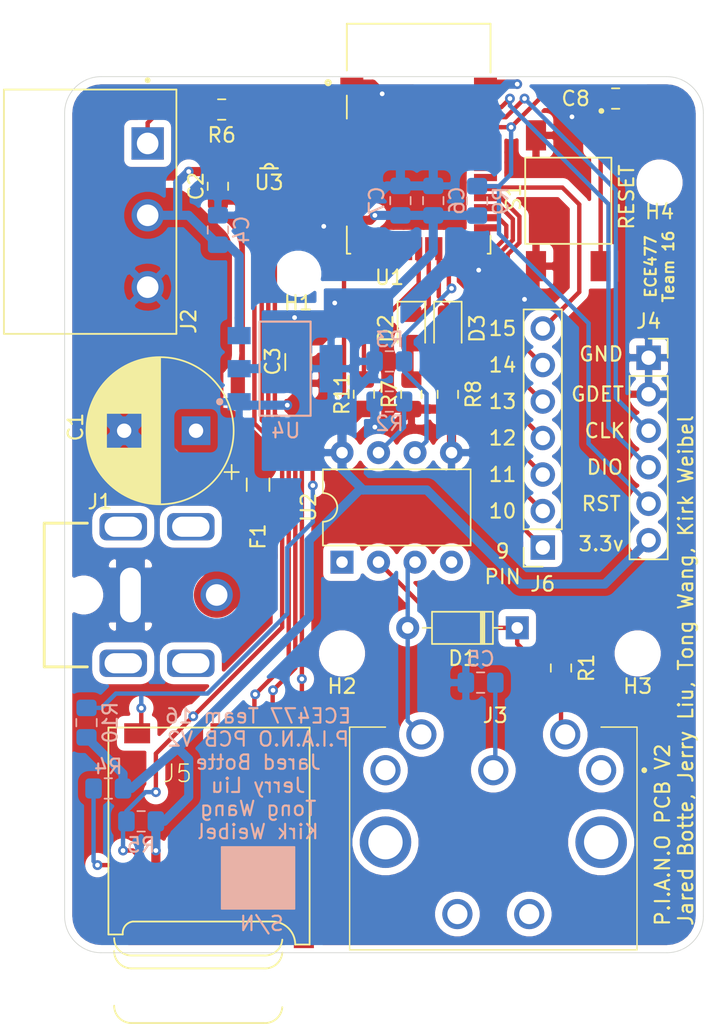
<source format=kicad_pcb>
(kicad_pcb (version 20171130) (host pcbnew "(5.1.6)-1")
  (title_block (title P.I.A.N.O) (date 2021-10-06) (rev 2) (comment 3 "Tong Wang, Kirk Weibel") (comment 4 "Authors: Jared Botte, Jerry Liu"))
  (layers (0 F.Cu signal) (31 B.Cu signal) (34 B.Paste user) (35 F.Paste user) (36 B.SilkS user) (37 F.SilkS user) (38 B.Mask user) (39 F.Mask user) (44 Edge.Cuts user))
  (net 0 "")
  (net 1 5V)
  (net 2 GND)
  (net 3 3.3V)
  (net 4 "Net-(C5-Pad1)")
  (net 5 "Net-(D1-Pad1)")
  (net 6 "Net-(D1-Pad2)")
  (net 7 "Net-(D2-Pad1)")
  (net 8 "Net-(D2-Pad2)")
  (net 9 "Net-(D3-Pad2)")
  (net 10 "Net-(D3-Pad1)")
  (net 11 LED_CONTROL_OUT)
  (net 12 "Net-(J3-Pad4)")
  (net 13 RESET)
  (net 14 "Net-(J5-Pad8)")
  (net 15 DAT0)
  (net 16 CMD)
  (net 17 "Net-(R3-Pad1)")
  (net 18 "Net-(R6-Pad2)")
  (net 19 SWDIO)
  (net 20 SWDCLK)
  (net 21 P15)
  (net 22 P14)
  (net 23 P13)
  (net 24 P12)
  (net 25 P11)
  (net 26 P10)
  (net 27 P9)
  (net 28 CLK)
  (net 29 LED_CONTROL_IN)
  (net 30 MIDI_DIN)
  (net 31 CD)
  (net 32 DET)
  (net 33 "Net-(J3-Pad3)")
  (net 34 "Net-(J3-Pad1)")
  (net 35 "Net-(J5-Pad1)")
  (net 36 "Net-(J5-Pad10)")
  (net 37 "Net-(U1-Pad8)")
  (net 38 "Net-(U1-Pad9)")
  (net 39 "Net-(U1-Pad10)")
  (net 40 "Net-(U1-Pad13)")
  (net 41 "Net-(U1-Pad14)")
  (net 42 "Net-(U1-Pad15)")
  (net 43 "Net-(U1-Pad16)")
  (net 44 "Net-(U1-Pad17)")
  (net 45 "Net-(U1-Pad30)")
  (net 46 "Net-(U1-Pad31)")
  (net 47 "Net-(U1-Pad32)")
  (net 48 "Net-(U1-Pad33)")
  (net 49 "Net-(U1-Pad34)")
  (net 50 "Net-(U1-Pad38)")
  (net 51 "Net-(U1-Pad40)")
  (net 52 "Net-(U1-Pad41)")
  (net 53 "Net-(U2-Pad4)")
  (net 54 "Net-(U2-Pad1)")
  (net 55 "Net-(R11-Pad1)")
  (net 56 "Net-(F1-Pad1)")
  (module 0685P8000-01:FUSC3215X83N (layer F.Cu) (at 134.112 102.054 90)
    (fp_text reference F1 (at -3.61 0 90) (layer F.SilkS))
    (fp_text value 0685P8000-01)
    (pad 2 smd rect (at 1.47 0 90) (size 1.17 1.8) (layers F.Cu F.Paste F.Mask) (net 1 5V))
    (pad 1 smd rect (at -1.47 0 90) (size 1.17 1.8) (layers F.Cu F.Paste F.Mask) (net 56 "Net-(F1-Pad1)"))
  )
  (module 4-1437565-1:SW_4-1437565-1 (layer F.Cu) (at 155.702 82.296 270)
    (fp_text reference S1 (at -0.254 3.81 90) (layer F.SilkS))
    (fp_text value 4-1437565-1)
    (pad 4 smd rect (at 4.55 2.25 270) (size 2.1 1.4) (layers F.Cu F.Paste F.Mask) (net 2 GND))
    (pad 3 smd rect (at -4.55 2.25 270) (size 2.1 1.4) (layers F.Cu F.Paste F.Mask) (net 2 GND))
    (pad 1 smd rect (at -4.55 -2.25 270) (size 2.1 1.4) (layers F.Cu F.Paste F.Mask) (net 13 RESET))
    (pad 2 smd rect (at 4.55 -2.25 270) (size 2.1 1.4) (layers F.Cu F.Paste F.Mask) (net 13 RESET))
  )
  (module Resistor_SMD:R_0805_2012Metric_Pad1.15x1.40mm_HandSolder (layer F.Cu) (at 141.478 95.758 270)
    (fp_text reference R11 (at 0 1.524 90) (layer F.SilkS))
    (fp_text value 10k)
    (pad 2 smd roundrect (at 1.025 0 270) (size 1.15 1.4) (layers F.Cu F.Paste F.Mask) (roundrect_rratio 0.217391) (net 3 3.3V))
    (pad 1 smd roundrect (at -1.025 0 270) (size 1.15 1.4) (layers F.Cu F.Paste F.Mask) (roundrect_rratio 0.217391) (net 55 "Net-(R11-Pad1)"))
  )
  (module PJ-082BH:CUI_PJ-082BH (layer F.Cu) (at 125.73 109.728)
    (fp_text reference J1 (at -2.62614 -6.48784) (layer F.SilkS) (effects (font (size 1.000441 1.000441))))
    (fp_text value PJ-082BH)
    (fp_line (start 4.3 -4.35) (end 3.1 -4.35) (layer Edge.Cuts) (width 0.001))
    (fp_line (start 3.1 -5.15) (end 4.3 -5.15) (layer Edge.Cuts) (width 0.001))
    (fp_line (start 4.3 5.15) (end 3.1 5.15) (layer Edge.Cuts) (width 0.001))
    (fp_line (start 3.1 4.35) (end 4.3 4.35) (layer Edge.Cuts) (width 0.001))
    (fp_line (start -0.4 -4.35) (end -1.6 -4.35) (layer Edge.Cuts) (width 0.001))
    (fp_line (start -1.6 -5.15) (end -0.4 -5.15) (layer Edge.Cuts) (width 0.001))
    (fp_line (start -0.1 -1.1) (end -0.1 1.1) (layer Edge.Cuts) (width 0.001))
    (fp_line (start -0.9 1.1) (end -0.9 -1.1) (layer Edge.Cuts) (width 0.001))
    (fp_line (start -0.4 5.15) (end -1.6 5.15) (layer Edge.Cuts) (width 0.001))
    (fp_line (start -1.6 4.35) (end -0.4 4.35) (layer Edge.Cuts) (width 0.001))
    (fp_arc (start -1.6 4.75) (end -2 4.75) (angle -90) (layer Edge.Cuts) (width 0.001))
    (fp_arc (start -1.6 4.75) (end -1.6 4.35) (angle -90) (layer Edge.Cuts) (width 0.001))
    (fp_arc (start -0.4 4.75) (end 0 4.75) (angle -90) (layer Edge.Cuts) (width 0.001))
    (fp_arc (start -0.4 4.75) (end -0.4 5.15) (angle -90) (layer Edge.Cuts) (width 0.001))
    (fp_arc (start -0.5 1.1) (end -0.5 1.5) (angle -90) (layer Edge.Cuts) (width 0.001))
    (fp_arc (start -0.5 1.1) (end -0.9 1.1) (angle -90) (layer Edge.Cuts) (width 0.001))
    (fp_arc (start -0.5 -1.1) (end -0.5 -1.5) (angle -90) (layer Edge.Cuts) (width 0.001))
    (fp_arc (start -0.5 -1.1) (end -0.1 -1.1) (angle -90) (layer Edge.Cuts) (width 0.001))
    (fp_arc (start -1.6 -4.75) (end -2 -4.75) (angle -90) (layer Edge.Cuts) (width 0.001))
    (fp_arc (start -1.6 -4.75) (end -1.6 -5.15) (angle -90) (layer Edge.Cuts) (width 0.001))
    (fp_arc (start -0.4 -4.75) (end 0 -4.75) (angle -90) (layer Edge.Cuts) (width 0.001))
    (fp_arc (start -0.4 -4.75) (end -0.4 -4.35) (angle -90) (layer Edge.Cuts) (width 0.001))
    (fp_arc (start 3.1 4.75) (end 2.7 4.75) (angle -90) (layer Edge.Cuts) (width 0.001))
    (fp_arc (start 3.1 4.75) (end 3.1 4.35) (angle -90) (layer Edge.Cuts) (width 0.001))
    (fp_arc (start 4.3 4.75) (end 4.7 4.75) (angle -90) (layer Edge.Cuts) (width 0.001))
    (fp_arc (start 4.3 4.75) (end 4.3 5.15) (angle -90) (layer Edge.Cuts) (width 0.001))
    (fp_arc (start 3.1 -4.75) (end 2.7 -4.75) (angle -90) (layer Edge.Cuts) (width 0.001))
    (fp_arc (start 3.1 -4.75) (end 3.1 -5.15) (angle -90) (layer Edge.Cuts) (width 0.001))
    (fp_arc (start 4.3 -4.75) (end 4.7 -4.75) (angle -90) (layer Edge.Cuts) (width 0.001))
    (fp_arc (start 4.3 -4.75) (end 4.3 -4.35) (angle -90) (layer Edge.Cuts) (width 0.001))
    (pad SHIELD thru_hole roundrect (at -1 4.75) (size 3.300001 1.9) (drill oval 2.6 1.4) (layers *.Cu *.Mask))
    (pad 2 thru_hole roundrect (at -0.5 0) (size 2 4) (drill oval 1.45 3.8) (layers *.Cu *.Mask) (net 2 GND))
    (pad SHIELD thru_hole roundrect (at -1 -4.75) (size 3.300001 1.9) (drill oval 2.6 1.4) (layers *.Cu *.Mask))
    (pad SHIELD thru_hole roundrect (at 3.7 4.75) (size 3.300001 1.9) (drill oval 2.6 1.4) (layers *.Cu *.Mask))
    (pad SHIELD thru_hole roundrect (at 3.7 -4.75) (size 3.300001 1.9) (drill oval 2.6 1.4) (layers *.Cu *.Mask))
    (pad 1 thru_hole circle (at 5.5 0) (size 2.25 2.25) (drill 1.5) (layers *.Cu *.Mask) (net 56 "Net-(F1-Pad1)"))
    (pad None np_thru_hole circle (at -3.75 0) (size 1.7 1.7) (drill 1.7) (layers *.Cu *.Mask))
  )
  (module eec:Diodes_Inc.-SOT223-03_2017-0-MFG (layer B.Cu) (at 135.992 93.98)
    (fp_text reference U4 (at 1.168 4.318 180) (layer B.SilkS) (effects (font (size 1.016 1.016)) (justify left mirror)))
    (fp_text value AZ1117-3.3 hide)
    (pad 2 smd rect (at 3.2 0) (size 1.6 3.3) (layers B.Cu B.Paste B.Mask) (net 3 3.3V))
    (pad 3 smd rect (at -3.2 -2.3) (size 1.6 1.2) (layers B.Cu B.Paste B.Mask) (net 1 5V))
    (pad 2 smd rect (at -3.2 0) (size 1.6 1.2) (layers B.Cu B.Paste B.Mask) (net 3 3.3V))
    (pad 1 smd rect (at -3.2 2.3) (size 1.6 1.2) (layers B.Cu B.Paste B.Mask) (net 2 GND))
  )
  (module 796644-3:TE_796644-3 (layer F.Cu) (at 122.428 83.058 270)
    (fp_text reference J2 (at 7.62 -6.858 270) (layer F.SilkS) (effects (font (size 1.016 1.016))))
    (fp_text value 796644-3)
    (pad 3 thru_hole circle (at 5.25 -4 270) (size 2.25 2.25) (drill 1.5) (layers *.Cu *.Mask) (net 2 GND))
    (pad 2 thru_hole circle (at 0.25 -4 270) (size 2.25 2.25) (drill 1.5) (layers *.Cu *.Mask) (net 1 5V))
    (pad 1 thru_hole rect (at -4.75 -4 270) (size 2.25 2.25) (drill 1.5) (layers *.Cu *.Mask) (net 11 LED_CONTROL_OUT))
  )
  (module microsd:MICROSD (layer F.Cu) (at 123.698 118.91)
    (fp_text reference J5 (at 3.7 3.94) (layer F.SilkS) (effects (font (size 1.2065 1.2065) (thickness 0.1016)) (justify left bottom)))
    (fp_text value Micro_SD_Card_Det hide)
    (pad 1 smd rect (at 9 10.64) (size 0.7 1.5) (layers F.Cu F.Paste F.Mask) (net 35 "Net-(J5-Pad1)"))
    (pad 2 smd rect (at 7.9 10.24) (size 0.7 1.5) (layers F.Cu F.Paste F.Mask) (net 31 CD))
    (pad 3 smd rect (at 6.8 10.64) (size 0.7 1.5) (layers F.Cu F.Paste F.Mask) (net 16 CMD))
    (pad 4 smd rect (at 5.7 11.04) (size 0.7 1.5) (layers F.Cu F.Paste F.Mask) (net 2 GND))
    (pad 5 smd rect (at 4.6 10.64) (size 0.7 1.5) (layers F.Cu F.Paste F.Mask) (net 28 CLK))
    (pad 6 smd rect (at 3.5 11.04) (size 0.7 1.5) (layers F.Cu F.Paste F.Mask) (net 3 3.3V))
    (pad 7 smd rect (at 2.4 10.64) (size 0.7 1.5) (layers F.Cu F.Paste F.Mask) (net 15 DAT0))
    (pad 8 smd rect (at 1.3 10.64) (size 0.7 1.5) (layers F.Cu F.Paste F.Mask) (net 14 "Net-(J5-Pad8)"))
    (pad 10 smd rect (at 8 0.44 90) (size 1.4 1.8) (layers F.Cu F.Paste F.Mask) (net 36 "Net-(J5-Pad10)"))
    (pad 9 smd rect (at 2 0.44 90) (size 1.4 1.8) (layers F.Cu F.Paste F.Mask) (net 32 DET))
    (pad 11 smd rect (at 13.6 14.44) (size 1.4 1.9) (layers F.Cu F.Paste F.Mask) (net 2 GND))
    (pad 11 smd rect (at 0.4 13.54) (size 1.4 1.9) (layers F.Cu F.Paste F.Mask) (net 2 GND))
  )
  (module Resistor_SMD:R_0805_2012Metric_Pad1.15x1.40mm_HandSolder (layer B.Cu) (at 122.174 118.609 90)
    (fp_text reference R10 (at 0 1.65 90) (layer B.SilkS) (effects (justify mirror)))
    (fp_text value 10k)
    (pad 2 smd roundrect (at 1.025 0 90) (size 1.15 1.4) (layers B.Cu B.Paste B.Mask) (roundrect_rratio 0.217391) (net 32 DET))
    (pad 1 smd roundrect (at -1.025 0 90) (size 1.15 1.4) (layers B.Cu B.Paste B.Mask) (roundrect_rratio 0.217391) (net 3 3.3V))
  )
  (module Capacitor_SMD:C_0805_2012Metric_Pad1.15x1.40mm_HandSolder (layer B.Cu) (at 146.304 82.287 90)
    (fp_text reference C6 (at 0 1.65 270) (layer B.SilkS) (effects (font (size 1.016 1.016)) (justify mirror)))
    (fp_text value 10µ)
    (pad 1 smd roundrect (at -1.025 0 90) (size 1.15 1.4) (layers B.Cu B.Paste B.Mask) (roundrect_rratio 0.217391) (net 3 3.3V))
    (pad 2 smd roundrect (at 1.025 0 90) (size 1.15 1.4) (layers B.Cu B.Paste B.Mask) (roundrect_rratio 0.217391) (net 2 GND))
  )
  (module MountingHole:MountingHole_2.2mm_M2 (layer F.Cu) (at 162.052 81.026)
    (fp_text reference H4 (at 0 2.032) (layer F.SilkS) (effects (font (size 1.016 1.016))))
    (fp_text value MountingHole)
    (pad 1 np_thru_hole circle (at 0 0) (size 2.2 2.2) (drill 2.2) (layers *.Cu *.Mask))
  )
  (module MountingHole:MountingHole_2.2mm_M2 (layer F.Cu) (at 160.528 113.792)
    (fp_text reference H3 (at 0 2.286) (layer F.SilkS) (effects (font (size 1.016 1.016))))
    (fp_text value MountingHole)
    (pad 1 np_thru_hole circle (at 0 0) (size 2.2 2.2) (drill 2.2) (layers *.Cu *.Mask))
  )
  (module MountingHole:MountingHole_2.2mm_M2 (layer F.Cu) (at 139.954 113.792)
    (fp_text reference H2 (at 0 2.286) (layer F.SilkS) (effects (font (size 1.016 1.016))))
    (fp_text value MountingHole)
    (pad 1 np_thru_hole circle (at 0 0) (size 2.2 2.2) (drill 2.2) (layers *.Cu *.Mask))
  )
  (module MountingHole:MountingHole_2.2mm_M2 (layer F.Cu) (at 136.906 87.376)
    (fp_text reference H1 (at 0 2.032) (layer F.SilkS))
    (fp_text value MountingHole)
    (pad 1 np_thru_hole circle (at 0 0) (size 2.2 2.2) (drill 2.2) (layers *.Cu *.Mask))
  )
  (module Diode_THT:D_DO-35_SOD27_P7.62mm_Horizontal (layer F.Cu) (at 152.146 112.014 180)
    (fp_text reference D1 (at 3.81 -2.12) (layer F.SilkS) (effects (font (size 1.016 1.016))))
    (fp_text value 1N914)
    (pad 2 thru_hole oval (at 7.62 0 180) (size 1.6 1.6) (drill 0.8) (layers *.Cu *.Mask) (net 6 "Net-(D1-Pad2)"))
    (pad 1 thru_hole rect (at 0 0 180) (size 1.6 1.6) (drill 0.8) (layers *.Cu *.Mask) (net 5 "Net-(D1-Pad1)"))
  )
  (module Resistor_SMD:R_0805_2012Metric_Pad1.15x1.40mm_HandSolder (layer F.Cu) (at 155.194 114.808 90)
    (fp_text reference R1 (at 0 1.778 90) (layer F.SilkS) (effects (font (size 1.016 1.016))))
    (fp_text value 220)
    (pad 2 smd roundrect (at 1.025 0 90) (size 1.15 1.4) (layers F.Cu F.Paste F.Mask) (roundrect_rratio 0.217391) (net 5 "Net-(D1-Pad1)"))
    (pad 1 smd roundrect (at -1.025 0 90) (size 1.15 1.4) (layers F.Cu F.Paste F.Mask) (roundrect_rratio 0.217391) (net 12 "Net-(J3-Pad4)"))
  )
  (module 74AHCT1G125W5-7:SOT95P280X140-5N (layer F.Cu) (at 134.874 78.486 180)
    (fp_text reference U3 (at 0 -2.54 180) (layer F.SilkS) (effects (font (size 1.016 1.016))))
    (fp_text value 74AHCT1G125W5-7)
    (pad 1 smd rect (at -1.2954 -0.9398 180) (size 1.27 0.5588) (layers F.Cu F.Paste F.Mask) (net 2 GND))
    (pad 2 smd rect (at -1.2954 0 180) (size 1.27 0.5588) (layers F.Cu F.Paste F.Mask) (net 29 LED_CONTROL_IN))
    (pad 3 smd rect (at -1.2954 0.9398 180) (size 1.27 0.5588) (layers F.Cu F.Paste F.Mask) (net 2 GND))
    (pad 4 smd rect (at 1.2954 0.9398 180) (size 1.27 0.5588) (layers F.Cu F.Paste F.Mask) (net 18 "Net-(R6-Pad2)"))
    (pad 5 smd rect (at 1.2954 -0.9398 180) (size 1.27 0.5588) (layers F.Cu F.Paste F.Mask) (net 1 5V))
  )
  (module Resistor_SMD:R_0805_2012Metric_Pad1.15x1.40mm_HandSolder (layer B.Cu) (at 149.352 82.305 90)
    (fp_text reference R9 (at 0 1.65 270) (layer B.SilkS) (effects (font (size 1.016 1.016)) (justify mirror)))
    (fp_text value 50k)
    (pad 1 smd roundrect (at -1.025 0 90) (size 1.15 1.4) (layers B.Cu B.Paste B.Mask) (roundrect_rratio 0.217391) (net 3 3.3V))
    (pad 2 smd roundrect (at 1.025 0 90) (size 1.15 1.4) (layers B.Cu B.Paste B.Mask) (roundrect_rratio 0.217391) (net 13 RESET))
  )
  (module Capacitor_SMD:C_0805_2012Metric_Pad1.15x1.40mm_HandSolder (layer F.Cu) (at 158.995 75.184)
    (fp_text reference C8 (at -2.785 0) (layer F.SilkS) (effects (font (size 1.016 1.016))))
    (fp_text value 0.01µ)
    (pad 1 smd roundrect (at -1.025 0) (size 1.15 1.4) (layers F.Cu F.Paste F.Mask) (roundrect_rratio 0.217391) (net 13 RESET))
    (pad 2 smd roundrect (at 1.025 0) (size 1.15 1.4) (layers F.Cu F.Paste F.Mask) (roundrect_rratio 0.217391) (net 2 GND))
  )
  (module Package_DIP:DIP-8_W7.62mm (layer F.Cu) (at 139.954 107.442 90)
    (fp_text reference U2 (at 3.81 -2.33 90) (layer F.SilkS) (effects (font (size 1.016 1.016))))
    (fp_text value 6N138)
    (pad 8 thru_hole oval (at 7.62 0 90) (size 1.6 1.6) (drill 0.8) (layers *.Cu *.Mask) (net 3 3.3V))
    (pad 4 thru_hole oval (at 0 7.62 90) (size 1.6 1.6) (drill 0.8) (layers *.Cu *.Mask) (net 53 "Net-(U2-Pad4)"))
    (pad 7 thru_hole oval (at 7.62 2.54 90) (size 1.6 1.6) (drill 0.8) (layers *.Cu *.Mask) (net 17 "Net-(R3-Pad1)"))
    (pad 3 thru_hole oval (at 0 5.08 90) (size 1.6 1.6) (drill 0.8) (layers *.Cu *.Mask) (net 6 "Net-(D1-Pad2)"))
    (pad 6 thru_hole oval (at 7.62 5.08 90) (size 1.6 1.6) (drill 0.8) (layers *.Cu *.Mask) (net 30 MIDI_DIN))
    (pad 2 thru_hole oval (at 0 2.54 90) (size 1.6 1.6) (drill 0.8) (layers *.Cu *.Mask) (net 5 "Net-(D1-Pad1)"))
    (pad 5 thru_hole oval (at 7.62 7.62 90) (size 1.6 1.6) (drill 0.8) (layers *.Cu *.Mask) (net 2 GND))
    (pad 1 thru_hole rect (at 0 0 90) (size 1.6 1.6) (drill 0.8) (layers *.Cu *.Mask) (net 54 "Net-(U2-Pad1)"))
  )
  (module Connector_PinSocket_2.54mm:PinSocket_1x07_P2.54mm_Vertical (layer F.Cu) (at 153.924 106.426 180)
    (fp_text reference J6 (at 0 -2.54 180) (layer F.SilkS) (effects (font (size 1.016 1.016))))
    (fp_text value Conn_01x07_Female)
    (pad 1 thru_hole rect (at 0 0 180) (size 1.7 1.7) (drill 1) (layers *.Cu *.Mask) (net 27 P9))
    (pad 2 thru_hole oval (at 0 2.54 180) (size 1.7 1.7) (drill 1) (layers *.Cu *.Mask) (net 26 P10))
    (pad 3 thru_hole oval (at 0 5.08 180) (size 1.7 1.7) (drill 1) (layers *.Cu *.Mask) (net 25 P11))
    (pad 4 thru_hole oval (at 0 7.62 180) (size 1.7 1.7) (drill 1) (layers *.Cu *.Mask) (net 24 P12))
    (pad 5 thru_hole oval (at 0 10.16 180) (size 1.7 1.7) (drill 1) (layers *.Cu *.Mask) (net 23 P13))
    (pad 6 thru_hole oval (at 0 12.7 180) (size 1.7 1.7) (drill 1) (layers *.Cu *.Mask) (net 22 P14))
    (pad 7 thru_hole oval (at 0 15.24 180) (size 1.7 1.7) (drill 1) (layers *.Cu *.Mask) (net 21 P15))
  )
  (module micro:XCVR_317030213 (layer F.Cu) (at 145.288 77.978)
    (fp_text reference U1 (at -2.032 9.652) (layer F.SilkS) (effects (font (size 1.016 1.016))))
    (fp_text value 317030213)
    (pad 1 smd rect (at -4.65 -3.8) (size 1.6 0.9) (layers F.Cu F.Paste F.Mask) (net 2 GND))
    (pad 2 smd rect (at -4.65 -0.8) (size 1.6 0.5) (layers F.Cu F.Paste F.Mask) (net 29 LED_CONTROL_IN))
    (pad 3 smd rect (at -4.65 -0.1) (size 1.6 0.5) (layers F.Cu F.Paste F.Mask) (net 15 DAT0))
    (pad 4 smd rect (at -4.65 0.6) (size 1.6 0.5) (layers F.Cu F.Paste F.Mask) (net 28 CLK))
    (pad 5 smd rect (at -4.65 1.3) (size 1.6 0.5) (layers F.Cu F.Paste F.Mask) (net 16 CMD))
    (pad 6 smd rect (at -4.65 2) (size 1.6 0.5) (layers F.Cu F.Paste F.Mask) (net 31 CD))
    (pad 7 smd rect (at -4.65 2.7) (size 1.6 0.5) (layers F.Cu F.Paste F.Mask) (net 32 DET))
    (pad 8 smd rect (at -4.65 3.4) (size 1.6 0.5) (layers F.Cu F.Paste F.Mask) (net 37 "Net-(U1-Pad8)"))
    (pad 9 smd rect (at -4.65 4.1) (size 1.6 0.5) (layers F.Cu F.Paste F.Mask) (net 38 "Net-(U1-Pad9)"))
    (pad 10 smd rect (at -4.65 4.8) (size 1.6 0.5) (layers F.Cu F.Paste F.Mask) (net 39 "Net-(U1-Pad10)"))
    (pad 11 smd rect (at -4.65 5.5) (size 1.6 0.5) (layers F.Cu F.Paste F.Mask) (net 3 3.3V))
    (pad 12 smd rect (at -4.2 7.65) (size 0.5 1.6) (layers F.Cu F.Paste F.Mask) (net 2 GND))
    (pad 13 smd rect (at -3.5 7.65) (size 0.5 1.6) (layers F.Cu F.Paste F.Mask) (net 40 "Net-(U1-Pad13)"))
    (pad 14 smd rect (at -2.8 7.65) (size 0.5 1.6) (layers F.Cu F.Paste F.Mask) (net 41 "Net-(U1-Pad14)"))
    (pad 15 smd rect (at -2.1 7.65) (size 0.5 1.6) (layers F.Cu F.Paste F.Mask) (net 42 "Net-(U1-Pad15)"))
    (pad 16 smd rect (at -1.4 7.65) (size 0.5 1.6) (layers F.Cu F.Paste F.Mask) (net 43 "Net-(U1-Pad16)"))
    (pad 17 smd rect (at -0.7 7.65) (size 0.5 1.6) (layers F.Cu F.Paste F.Mask) (net 44 "Net-(U1-Pad17)"))
    (pad 18 smd rect (at 0 7.65) (size 0.5 1.6) (layers F.Cu F.Paste F.Mask) (net 55 "Net-(R11-Pad1)"))
    (pad 19 smd rect (at 0.7 7.65) (size 0.5 1.6) (layers F.Cu F.Paste F.Mask) (net 7 "Net-(D2-Pad1)"))
    (pad 20 smd rect (at 1.4 7.65) (size 0.5 1.6) (layers F.Cu F.Paste F.Mask) (net 10 "Net-(D3-Pad1)"))
    (pad 21 smd rect (at 2.1 7.65) (size 0.5 1.6) (layers F.Cu F.Paste F.Mask) (net 30 MIDI_DIN))
    (pad 22 smd rect (at 2.8 7.65) (size 0.5 1.6) (layers F.Cu F.Paste F.Mask) (net 27 P9))
    (pad 23 smd rect (at 3.5 7.65) (size 0.5 1.6) (layers F.Cu F.Paste F.Mask) (net 26 P10))
    (pad 24 smd rect (at 4.2 7.65) (size 0.5 1.6) (layers F.Cu F.Paste F.Mask) (net 2 GND))
    (pad 25 smd rect (at 4.65 6.2) (size 1.6 0.5) (layers F.Cu F.Paste F.Mask) (net 25 P11))
    (pad 26 smd rect (at 4.65 5.5) (size 1.6 0.5) (layers F.Cu F.Paste F.Mask) (net 24 P12))
    (pad 27 smd rect (at 4.65 4.8) (size 1.6 0.5) (layers F.Cu F.Paste F.Mask) (net 23 P13))
    (pad 28 smd rect (at 4.65 4.1) (size 1.6 0.5) (layers F.Cu F.Paste F.Mask) (net 22 P14))
    (pad 29 smd rect (at 4.65 3.4) (size 1.6 0.5) (layers F.Cu F.Paste F.Mask) (net 21 P15))
    (pad 30 smd rect (at 4.65 2.7) (size 1.6 0.5) (layers F.Cu F.Paste F.Mask) (net 45 "Net-(U1-Pad30)"))
    (pad 31 smd rect (at 4.65 2) (size 1.6 0.5) (layers F.Cu F.Paste F.Mask) (net 46 "Net-(U1-Pad31)"))
    (pad 32 smd rect (at 4.65 1.3) (size 1.6 0.5) (layers F.Cu F.Paste F.Mask) (net 47 "Net-(U1-Pad32)"))
    (pad 33 smd rect (at 4.65 0.6) (size 1.6 0.5) (layers F.Cu F.Paste F.Mask) (net 48 "Net-(U1-Pad33)"))
    (pad 34 smd rect (at 4.65 -0.1) (size 1.6 0.5) (layers F.Cu F.Paste F.Mask) (net 49 "Net-(U1-Pad34)"))
    (pad 35 smd rect (at 4.65 -0.8) (size 1.6 0.5) (layers F.Cu F.Paste F.Mask) (net 13 RESET))
    (pad 36 smd rect (at 4.65 -1.5) (size 1.6 0.5) (layers F.Cu F.Paste F.Mask) (net 20 SWDCLK))
    (pad 37 smd rect (at 4.65 -2.2) (size 1.6 0.5) (layers F.Cu F.Paste F.Mask) (net 19 SWDIO))
    (pad 38 smd rect (at 4.65 -2.9) (size 1.6 0.5) (layers F.Cu F.Paste F.Mask) (net 50 "Net-(U1-Pad38)"))
    (pad 39 smd rect (at 4.65 -3.8) (size 1.6 0.9) (layers F.Cu F.Paste F.Mask) (net 2 GND))
    (pad 40 smd rect (at 2.9 -3.25) (size 1.2 0.5) (layers F.Cu F.Paste F.Mask) (net 51 "Net-(U1-Pad40)"))
    (pad 41 smd rect (at 2.9 -1.85) (size 1.2 0.5) (layers F.Cu F.Paste F.Mask) (net 52 "Net-(U1-Pad41)"))
  )
  (module LED_SMD:LED_0805_2012Metric_Pad1.15x1.40mm_HandSolder (layer F.Cu) (at 147.32 91.177 270)
    (fp_text reference D3 (at 0.009 -2.032 90) (layer F.SilkS) (effects (font (size 1.016 1.016))))
    (fp_text value LED_GREEN)
    (pad 1 smd roundrect (at -1.025 0 270) (size 1.15 1.4) (layers F.Cu F.Paste F.Mask) (roundrect_rratio 0.217391) (net 10 "Net-(D3-Pad1)"))
    (pad 2 smd roundrect (at 1.025 0 270) (size 1.15 1.4) (layers F.Cu F.Paste F.Mask) (roundrect_rratio 0.217391) (net 9 "Net-(D3-Pad2)"))
  )
  (module Capacitor_THT:CP_Radial_D10.0mm_P5.00mm (layer F.Cu) (at 129.794 98.298 180)
    (fp_text reference C1 (at 8.382 0.254 90) (layer F.SilkS) (effects (font (size 1.016 1.016))))
    (fp_text value 1000µ)
    (pad 2 thru_hole circle (at 5 0 180) (size 2 2) (drill 1) (layers *.Cu *.Mask) (net 2 GND))
    (pad 1 thru_hole rect (at 0 0 180) (size 2 2) (drill 1) (layers *.Cu *.Mask) (net 1 5V))
  )
  (module Capacitor_SMD:C_0805_2012Metric_Pad1.15x1.40mm_HandSolder (layer F.Cu) (at 131.318 81.289 270)
    (fp_text reference C2 (at -0.009 1.524 270) (layer F.SilkS) (effects (font (size 1.016 1.016))))
    (fp_text value 0.1µ)
    (pad 1 smd roundrect (at -1.025 0 270) (size 1.15 1.4) (layers F.Cu F.Paste F.Mask) (roundrect_rratio 0.217391) (net 1 5V))
    (pad 2 smd roundrect (at 1.025 0 270) (size 1.15 1.4) (layers F.Cu F.Paste F.Mask) (roundrect_rratio 0.217391) (net 2 GND))
  )
  (module C1206C226M9PACTU:CAPC3216X110N (layer F.Cu) (at 136.906 93.521 270)
    (fp_text reference C3 (at -0.049 1.778 270) (layer F.SilkS) (effects (font (size 1.016 1.016))))
    (fp_text value 22µ)
    (pad 2 smd rect (at 1.475 0 270) (size 1.16 1.82) (layers F.Cu F.Paste F.Mask) (net 2 GND))
    (pad 1 smd rect (at -1.475 0 270) (size 1.16 1.82) (layers F.Cu F.Paste F.Mask) (net 3 3.3V))
  )
  (module Capacitor_SMD:C_0805_2012Metric_Pad1.15x1.40mm_HandSolder (layer B.Cu) (at 131.318 84.328 90)
    (fp_text reference C4 (at 0 1.65 -90) (layer B.SilkS) (effects (font (size 1.016 1.016)) (justify mirror)))
    (fp_text value 10µ)
    (pad 2 smd roundrect (at 1.025 0 90) (size 1.15 1.4) (layers B.Cu B.Paste B.Mask) (roundrect_rratio 0.217391) (net 2 GND))
    (pad 1 smd roundrect (at -1.025 0 90) (size 1.15 1.4) (layers B.Cu B.Paste B.Mask) (roundrect_rratio 0.217391) (net 1 5V))
  )
  (module Capacitor_SMD:C_0805_2012Metric_Pad1.15x1.40mm_HandSolder (layer B.Cu) (at 149.597 115.824 180)
    (fp_text reference C5 (at 0 1.65 180) (layer B.SilkS) (effects (font (size 1.016 1.016)) (justify mirror)))
    (fp_text value 0.1µ)
    (pad 2 smd roundrect (at 1.025 0 180) (size 1.15 1.4) (layers B.Cu B.Paste B.Mask) (roundrect_rratio 0.217391) (net 2 GND))
    (pad 1 smd roundrect (at -1.025 0 180) (size 1.15 1.4) (layers B.Cu B.Paste B.Mask) (roundrect_rratio 0.217391) (net 4 "Net-(C5-Pad1)"))
  )
  (module Capacitor_SMD:C_0805_2012Metric_Pad1.15x1.40mm_HandSolder (layer B.Cu) (at 144.018 82.287 270)
    (fp_text reference C7 (at 0 1.65 270) (layer B.SilkS) (effects (font (size 1.016 1.016)) (justify mirror)))
    (fp_text value 0.1µ)
    (pad 2 smd roundrect (at 1.025 0 270) (size 1.15 1.4) (layers B.Cu B.Paste B.Mask) (roundrect_rratio 0.217391) (net 3 3.3V))
    (pad 1 smd roundrect (at -1.025 0 270) (size 1.15 1.4) (layers B.Cu B.Paste B.Mask) (roundrect_rratio 0.217391) (net 2 GND))
  )
  (module LED_SMD:LED_0805_2012Metric_Pad1.15x1.40mm_HandSolder (layer F.Cu) (at 144.78 91.177 270)
    (fp_text reference D2 (at 0.009 1.778 90) (layer F.SilkS) (effects (font (size 1.016 1.016))))
    (fp_text value LED_BLUE)
    (pad 2 smd roundrect (at 1.025 0 270) (size 1.15 1.4) (layers F.Cu F.Paste F.Mask) (roundrect_rratio 0.217391) (net 8 "Net-(D2-Pad2)"))
    (pad 1 smd roundrect (at -1.025 0 270) (size 1.15 1.4) (layers F.Cu F.Paste F.Mask) (roundrect_rratio 0.217391) (net 7 "Net-(D2-Pad1)"))
  )
  (module 57PC5F:57PC5F (layer F.Cu) (at 157.988 121.92 90)
    (fp_text reference J3 (at 3.81 -7.366 180) (layer F.SilkS) (effects (font (size 1.016 1.016) (thickness 0.14986))))
    (fp_text value DIN-5_180degree hide)
    (pad MH2 thru_hole circle (at -5.01 -15.01 90) (size 3.585 3.585) (drill 2.39) (layers *.Cu *.Mask))
    (pad MH1 thru_hole circle (at -5.01 0 90) (size 3.585 3.585) (drill 2.39) (layers *.Cu *.Mask))
    (pad 7 thru_hole circle (at -10.01 -10.005 90) (size 2.1 2.1) (drill 1.4) (layers *.Cu *.Mask))
    (pad 6 thru_hole circle (at -10.01 -5.005 90) (size 2.1 2.1) (drill 1.4) (layers *.Cu *.Mask))
    (pad 5 thru_hole circle (at 2.49 -12.51 90) (size 2.1 2.1) (drill 1.4) (layers *.Cu *.Mask) (net 6 "Net-(D1-Pad2)"))
    (pad 4 thru_hole circle (at 2.49 -2.5 90) (size 2.1 2.1) (drill 1.4) (layers *.Cu *.Mask) (net 12 "Net-(J3-Pad4)"))
    (pad 3 thru_hole circle (at 0 -15.01 90) (size 2.1 2.1) (drill 1.4) (layers *.Cu *.Mask) (net 33 "Net-(J3-Pad3)"))
    (pad 2 thru_hole circle (at 0 -7.505 90) (size 2.1 2.1) (drill 1.4) (layers *.Cu *.Mask) (net 4 "Net-(C5-Pad1)"))
    (pad 1 thru_hole circle (at 0 0 90) (size 2.1 2.1) (drill 1.4) (layers *.Cu *.Mask) (net 34 "Net-(J3-Pad1)"))
  )
  (module Connector_PinSocket_2.54mm:PinSocket_1x06_P2.54mm_Vertical (layer F.Cu) (at 161.29 93.218)
    (fp_text reference J4 (at 0 -2.54 180) (layer F.SilkS) (effects (font (size 1.016 1.016))))
    (fp_text value Conn_01x06_Female)
    (pad 6 thru_hole oval (at 0 12.7) (size 1.7 1.7) (drill 1) (layers *.Cu *.Mask) (net 3 3.3V))
    (pad 5 thru_hole oval (at 0 10.16) (size 1.7 1.7) (drill 1) (layers *.Cu *.Mask) (net 13 RESET))
    (pad 4 thru_hole oval (at 0 7.62) (size 1.7 1.7) (drill 1) (layers *.Cu *.Mask) (net 19 SWDIO))
    (pad 3 thru_hole oval (at 0 5.08) (size 1.7 1.7) (drill 1) (layers *.Cu *.Mask) (net 20 SWDCLK))
    (pad 2 thru_hole oval (at 0 2.54) (size 1.7 1.7) (drill 1) (layers *.Cu *.Mask) (net 2 GND))
    (pad 1 thru_hole rect (at 0 0) (size 1.7 1.7) (drill 1) (layers *.Cu *.Mask) (net 2 GND))
  )
  (module Resistor_SMD:R_0805_2012Metric_Pad1.15x1.40mm_HandSolder (layer B.Cu) (at 143.247 93.472)
    (fp_text reference R2 (at 0.009 4.318) (layer B.SilkS) (effects (font (size 1.016 1.016)) (justify mirror)))
    (fp_text value 220)
    (pad 1 smd roundrect (at -1.025 0) (size 1.15 1.4) (layers B.Cu B.Paste B.Mask) (roundrect_rratio 0.217391) (net 3 3.3V))
    (pad 2 smd roundrect (at 1.025 0) (size 1.15 1.4) (layers B.Cu B.Paste B.Mask) (roundrect_rratio 0.217391) (net 30 MIDI_DIN))
  )
  (module Resistor_SMD:R_0805_2012Metric_Pad1.15x1.40mm_HandSolder (layer B.Cu) (at 143.247 96.266 180)
    (fp_text reference R3 (at -0.009 4.318) (layer B.SilkS) (effects (font (size 1.016 1.016)) (justify mirror)))
    (fp_text value 4.7k)
    (pad 1 smd roundrect (at -1.025 0 180) (size 1.15 1.4) (layers B.Cu B.Paste B.Mask) (roundrect_rratio 0.217391) (net 17 "Net-(R3-Pad1)"))
    (pad 2 smd roundrect (at 1.025 0 180) (size 1.15 1.4) (layers B.Cu B.Paste B.Mask) (roundrect_rratio 0.217391) (net 2 GND))
  )
  (module Resistor_SMD:R_0805_2012Metric_Pad1.15x1.40mm_HandSolder (layer B.Cu) (at 123.689 123.19)
    (fp_text reference R4 (at 0 -1.524 180) (layer B.SilkS) (effects (font (size 1.016 1.016)) (justify mirror)))
    (fp_text value 10k)
    (pad 2 smd roundrect (at 1.025 0) (size 1.15 1.4) (layers B.Cu B.Paste B.Mask) (roundrect_rratio 0.217391) (net 3 3.3V))
    (pad 1 smd roundrect (at -1.025 0) (size 1.15 1.4) (layers B.Cu B.Paste B.Mask) (roundrect_rratio 0.217391) (net 14 "Net-(J5-Pad8)"))
  )
  (module Resistor_SMD:R_0805_2012Metric_Pad1.15x1.40mm_HandSolder (layer B.Cu) (at 125.975 125.476)
    (fp_text reference R5 (at 0 1.65 180) (layer B.SilkS) (effects (font (size 1.016 1.016)) (justify mirror)))
    (fp_text value 10k)
    (pad 1 smd roundrect (at -1.025 0) (size 1.15 1.4) (layers B.Cu B.Paste B.Mask) (roundrect_rratio 0.217391) (net 15 DAT0))
    (pad 2 smd roundrect (at 1.025 0) (size 1.15 1.4) (layers B.Cu B.Paste B.Mask) (roundrect_rratio 0.217391) (net 3 3.3V))
  )
  (module Resistor_SMD:R_0805_2012Metric_Pad1.15x1.40mm_HandSolder (layer F.Cu) (at 131.581 75.946)
    (fp_text reference R6 (at 0 1.778) (layer F.SilkS) (effects (font (size 1.016 1.016))))
    (fp_text value 440)
    (pad 1 smd roundrect (at -1.025 0) (size 1.15 1.4) (layers F.Cu F.Paste F.Mask) (roundrect_rratio 0.217391) (net 11 LED_CONTROL_OUT))
    (pad 2 smd roundrect (at 1.025 0) (size 1.15 1.4) (layers F.Cu F.Paste F.Mask) (roundrect_rratio 0.217391) (net 18 "Net-(R6-Pad2)"))
  )
  (module Resistor_SMD:R_0805_2012Metric_Pad1.15x1.40mm_HandSolder (layer F.Cu) (at 144.78 95.767 270)
    (fp_text reference R7 (at -0.009 1.524 90) (layer F.SilkS) (effects (font (size 1.016 1.016))))
    (fp_text value 220)
    (pad 2 smd roundrect (at 1.025 0 270) (size 1.15 1.4) (layers F.Cu F.Paste F.Mask) (roundrect_rratio 0.217391) (net 2 GND))
    (pad 1 smd roundrect (at -1.025 0 270) (size 1.15 1.4) (layers F.Cu F.Paste F.Mask) (roundrect_rratio 0.217391) (net 8 "Net-(D2-Pad2)"))
  )
  (module Resistor_SMD:R_0805_2012Metric_Pad1.15x1.40mm_HandSolder (layer F.Cu) (at 147.32 95.767 270)
    (fp_text reference R8 (at -0.009 -1.778 90) (layer F.SilkS) (effects (font (size 1.016 1.016))))
    (fp_text value 220)
    (pad 2 smd roundrect (at 1.025 0 270) (size 1.15 1.4) (layers F.Cu F.Paste F.Mask) (roundrect_rratio 0.217391) (net 2 GND))
    (pad 1 smd roundrect (at -1.025 0 270) (size 1.15 1.4) (layers F.Cu F.Paste F.Mask) (roundrect_rratio 0.217391) (net 9 "Net-(D3-Pad2)"))
  )
  (gr_text "ECE477\nTeam 16" (at 162.052 86.868 90) (layer F.SilkS) (effects (font (size 0.762 0.762) (thickness 0.1524))))
  (gr_text S/N (at 134.366 132.588) (layer B.SilkS) (effects (font (size 1 1)) (justify mirror)))
  (gr_poly (pts (xy 136.652 131.572) (xy 131.572 131.572) (xy 131.572 127.254) (xy 136.652 127.254)) (layer B.SilkS) (width 0.1))
  (gr_arc (start 123.19 132.08) (end 120.65 132.08) (angle -90) (layer Edge.Cuts) (width 0.05))
  (gr_arc (start 162.56 132.08) (end 162.56 134.62) (angle -90) (layer Edge.Cuts) (width 0.05))
  (gr_arc (start 162.56 76.2) (end 165.1 76.2) (angle -90) (layer Edge.Cuts) (width 0.05))
  (gr_arc (start 123.19 76.2) (end 123.19 73.66) (angle -90) (layer Edge.Cuts) (width 0.05))
  (gr_text PIN (at 151.13 108.458) (layer F.SilkS) (effects (font (size 1 1))))
  (gr_text 9 (at 151.13 106.68) (layer F.SilkS) (effects (font (size 1 1))))
  (gr_text 10 (at 151.13 103.886) (layer F.SilkS) (effects (font (size 1 1))))
  (gr_text 11 (at 151.13 101.346) (layer F.SilkS) (effects (font (size 1 1))))
  (gr_text 12 (at 151.13 98.806) (layer F.SilkS) (effects (font (size 1 1))))
  (gr_text 13 (at 151.13 96.266) (layer F.SilkS) (effects (font (size 1 1))))
  (gr_text 14 (at 151.13 93.726) (layer F.SilkS) (effects (font (size 1 1))))
  (gr_text 15 (at 151.13 91.186) (layer F.SilkS) (effects (font (size 1 1))))
  (gr_text 3.3v (at 157.988 106.172) (layer F.SilkS) (effects (font (size 1 1))))
  (gr_text RST (at 157.988 103.378) (layer F.SilkS) (effects (font (size 1 1))))
  (gr_text DIO (at 158.242 100.838) (layer F.SilkS) (effects (font (size 1 1))))
  (gr_text CLK (at 158.242 98.298) (layer F.SilkS) (effects (font (size 1 1))))
  (gr_text GDET (at 157.734 95.758) (layer F.SilkS) (effects (font (size 1 1))))
  (gr_text GND (at 157.988 92.964) (layer F.SilkS) (effects (font (size 1 1))))
  (gr_text RESET (at 159.766 82.042 90) (layer F.SilkS) (effects (font (size 1 1))))
  (gr_text "ECE477 Team 16\nP.I.A.N.O PCB V2\nJared Botte\nJerry Liu\nTong Wang\nKirk Weibel" (at 134.112 122.174) (layer B.SilkS) (effects (font (size 1 1)) (justify mirror)))
  (gr_text "P.I.A.N.O PCB V2\nJared Botte, Jerry Liu, Tong Wang, Kirk Weibel" (at 163.068 132.842 90) (layer F.SilkS) (effects (font (size 1 1)) (justify left)))
  (gr_line (start 162.56 73.66) (end 123.19 73.66) (layer Edge.Cuts) (width 0.05))
  (gr_line (start 162.56 134.62) (end 123.19 134.62) (layer Edge.Cuts) (width 0.05))
  (gr_line (start 120.65 76.2) (end 120.65 132.08) (layer Edge.Cuts) (width 0.05))
  (gr_line (start 165.1 76.2) (end 165.1 132.08) (layer Edge.Cuts) (width 0.05))
  (segment (start 129.794 93.488) (end 129.794 98.298) (width 3.81) (layer F.Cu) (net 1))
  (segment (start 130.390408 92.891592) (end 129.794 93.488) (width 3.81) (layer F.Cu) (net 1))
  (segment (start 130.390408 85.679418) (end 130.390408 92.891592) (width 3.81) (layer F.Cu) (net 1))
  (segment (start 128.01899 83.308) (end 130.390408 85.679418) (width 3.81) (layer F.Cu) (net 1))
  (segment (start 126.428 83.308) (end 128.01899 83.308) (width 3.81) (layer F.Cu) (net 1))
  (segment (start 129.273 83.308) (end 131.318 85.353) (width 0.635) (layer B.Cu) (net 1))
  (segment (start 128.52 83.308) (end 128.52 81.03) (width 0.635) (layer B.Cu) (net 1))
  (segment (start 126.428 83.308) (end 128.52 83.308) (width 0.635) (layer B.Cu) (net 1))
  (segment (start 128.52 83.308) (end 129.273 83.308) (width 0.635) (layer B.Cu) (net 1))
  (segment (start 128.52 81.03) (end 129.286 80.264) (width 0.635) (layer B.Cu) (net 1))
  (via (at 129.286 80.264) (size 0.6858) (drill 0.3302) (layers F.Cu B.Cu) (net 1))
  (segment (start 129.286 80.264) (end 131.318 80.264) (width 0.635) (layer F.Cu) (net 1))
  (segment (start 131.3942 80.1878) (end 131.318 80.264) (width 0.635) (layer F.Cu) (net 1))
  (segment (start 132.792 90.445) (end 132.792 91.68) (width 0.635) (layer B.Cu) (net 1))
  (segment (start 132.018 85.353) (end 132.792 86.127) (width 0.635) (layer B.Cu) (net 1))
  (segment (start 132.792 86.127) (end 132.792 90.445) (width 0.635) (layer B.Cu) (net 1))
  (segment (start 131.318 85.353) (end 132.018 85.353) (width 0.635) (layer B.Cu) (net 1))
  (segment (start 132.7404 80.264) (end 133.5786 79.4258) (width 0.635) (layer F.Cu) (net 1))
  (segment (start 131.318 80.264) (end 132.7404 80.264) (width 0.635) (layer F.Cu) (net 1))
  (segment (start 131.965691 98.573821) (end 133.89606 100.50419) (width 3.175) (layer F.Cu) (net 1))
  (segment (start 129.794 98.298) (end 131.68987 98.298) (width 3.175) (layer F.Cu) (net 1))
  (segment (start 131.68987 98.298) (end 131.965691 98.573821) (width 3.175) (layer F.Cu) (net 1))
  (segment (start 124.81 98.314) (end 124.794 98.298) (width 3.81) (layer F.Cu) (net 2))
  (segment (start 124.81 89.926) (end 124.81 98.314) (width 3.81) (layer F.Cu) (net 2))
  (segment (start 126.428 88.308) (end 124.81 89.926) (width 3.81) (layer F.Cu) (net 2))
  (segment (start 142.073 74.178) (end 142.748 74.853) (width 0.635) (layer F.Cu) (net 2))
  (segment (start 140.638 74.178) (end 142.073 74.178) (width 0.635) (layer F.Cu) (net 2))
  (via (at 152.146 74.1803) (size 0.6858) (drill 0.3302) (layers F.Cu B.Cu) (net 2))
  (segment (start 152.1437 74.178) (end 152.146 74.1803) (width 0.635) (layer F.Cu) (net 2))
  (segment (start 149.938 74.178) (end 152.1437 74.178) (width 0.635) (layer F.Cu) (net 2))
  (segment (start 146.304 79.313854) (end 146.304 80.687) (width 0.635) (layer B.Cu) (net 2))
  (segment (start 151.437554 74.1803) (end 146.304 79.313854) (width 0.635) (layer B.Cu) (net 2))
  (segment (start 146.304 80.687) (end 146.304 81.262) (width 0.635) (layer B.Cu) (net 2))
  (segment (start 152.146 74.1803) (end 151.437554 74.1803) (width 0.635) (layer B.Cu) (net 2))
  (segment (start 146.304 81.262) (end 144.018 81.262) (width 0.635) (layer B.Cu) (net 2))
  (via (at 142.748 74.853) (size 0.6858) (drill 0.3302) (layers F.Cu B.Cu) (net 2))
  (segment (start 144.018 76.123) (end 142.748 74.853) (width 0.635) (layer B.Cu) (net 2))
  (segment (start 144.018 81.262) (end 144.018 76.123) (width 0.635) (layer B.Cu) (net 2))
  (segment (start 142.222 96.966) (end 142.24 96.984) (width 0.635) (layer B.Cu) (net 2))
  (segment (start 142.222 96.266) (end 142.222 96.966) (width 0.635) (layer B.Cu) (net 2))
  (via (at 142.24 98.044) (size 0.6858) (drill 0.3302) (layers F.Cu B.Cu) (net 2))
  (segment (start 142.24 96.984) (end 142.24 98.044) (width 0.635) (layer B.Cu) (net 2))
  (segment (start 143.528 98.044) (end 144.78 96.792) (width 0.635) (layer F.Cu) (net 2))
  (segment (start 142.24 98.044) (end 143.528 98.044) (width 0.635) (layer F.Cu) (net 2))
  (segment (start 147.32 96.792) (end 144.78 96.792) (width 0.635) (layer F.Cu) (net 2))
  (segment (start 147.574 97.046) (end 147.32 96.792) (width 0.635) (layer F.Cu) (net 2))
  (segment (start 147.574 99.822) (end 147.574 97.046) (width 0.635) (layer F.Cu) (net 2))
  (via (at 138.684 84.074) (size 0.6858) (drill 0.3302) (layers F.Cu B.Cu) (net 2))
  (segment (start 140.275054 84.074) (end 138.684 84.074) (width 0.635) (layer B.Cu) (net 2))
  (segment (start 143.087054 81.262) (end 140.275054 84.074) (width 0.635) (layer B.Cu) (net 2))
  (segment (start 144.018 81.262) (end 143.087054 81.262) (width 0.635) (layer B.Cu) (net 2))
  (segment (start 140.238 85.628) (end 141.068099 85.628) (width 0.635) (layer F.Cu) (net 2))
  (segment (start 138.684 84.074) (end 140.238 85.628) (width 0.635) (layer F.Cu) (net 2))
  (via (at 149.4663 87.122) (size 0.6858) (drill 0.3302) (layers F.Cu B.Cu) (net 2))
  (segment (start 149.488 85.628) (end 149.488 87.1003) (width 0.3048) (layer F.Cu) (net 2))
  (segment (start 149.488 87.1003) (end 149.4663 87.122) (width 0.3048) (layer F.Cu) (net 2))
  (segment (start 136.906 94.996) (end 136.906 95.758) (width 0.635) (layer F.Cu) (net 2))
  (via (at 136.144 96.52) (size 0.6858) (drill 0.3302) (layers F.Cu B.Cu) (net 2))
  (segment (start 136.906 95.758) (end 136.144 96.52) (width 0.635) (layer F.Cu) (net 2))
  (segment (start 133.032 96.52) (end 132.792 96.28) (width 0.635) (layer B.Cu) (net 2))
  (segment (start 136.144 96.52) (end 133.032 96.52) (width 0.635) (layer B.Cu) (net 2))
  (via (at 152.654 89.154) (size 0.6858) (drill 0.3302) (layers F.Cu B.Cu) (net 2))
  (via (at 155.956 76.454) (size 0.6858) (drill 0.3302) (layers F.Cu B.Cu) (net 2))
  (segment (start 146.304 83.312) (end 144.018 83.312) (width 0.635) (layer B.Cu) (net 3))
  (segment (start 144.018 83.312) (end 143.318 83.312) (width 0.635) (layer B.Cu) (net 3))
  (via (at 142.24 83.312) (size 0.6858) (drill 0.3302) (layers F.Cu B.Cu) (net 3))
  (segment (start 143.318 83.312) (end 142.24 83.312) (width 0.635) (layer B.Cu) (net 3))
  (segment (start 141.897101 83.654899) (end 140.814899 83.654899) (width 0.635) (layer F.Cu) (net 3))
  (segment (start 140.657901 83.497901) (end 140.638 83.497901) (width 0.635) (layer F.Cu) (net 3))
  (segment (start 140.814899 83.654899) (end 140.657901 83.497901) (width 0.635) (layer F.Cu) (net 3))
  (segment (start 142.24 83.312) (end 141.897101 83.654899) (width 0.635) (layer F.Cu) (net 3))
  (segment (start 149.334 83.312) (end 149.352 83.33) (width 0.635) (layer B.Cu) (net 3))
  (segment (start 146.304 83.312) (end 149.334 83.312) (width 0.635) (layer B.Cu) (net 3))
  (segment (start 146.304 83.312) (end 146.304 85.852) (width 0.635) (layer B.Cu) (net 3))
  (segment (start 143.002 89.154) (end 146.304 85.852) (width 0.635) (layer B.Cu) (net 3))
  (segment (start 142.222 89.39) (end 142.222 93.472) (width 0.635) (layer B.Cu) (net 3))
  (segment (start 141.986 89.154) (end 142.222 89.39) (width 0.635) (layer B.Cu) (net 3))
  (segment (start 141.986 89.154) (end 143.002 89.154) (width 0.635) (layer B.Cu) (net 3))
  (via (at 127 127.508) (size 0.6858) (drill 0.3302) (layers F.Cu B.Cu) (net 3))
  (segment (start 139.954 99.822) (end 139.954 100.95337) (width 0.635) (layer B.Cu) (net 3))
  (segment (start 139.954 100.95337) (end 141.420315 102.419685) (width 0.635) (layer B.Cu) (net 3))
  (segment (start 125.289 123.19) (end 124.714 123.19) (width 0.635) (layer B.Cu) (net 3))
  (segment (start 127.575 125.476) (end 129.286 123.765) (width 0.635) (layer B.Cu) (net 3))
  (segment (start 127 125.476) (end 127.575 125.476) (width 0.635) (layer B.Cu) (net 3))
  (segment (start 129.286 121.158) (end 128.524 120.396) (width 0.635) (layer B.Cu) (net 3))
  (segment (start 129.286 123.765) (end 129.286 121.158) (width 0.635) (layer B.Cu) (net 3))
  (segment (start 128.524 120.396) (end 125.289 123.19) (width 0.635) (layer B.Cu) (net 3))
  (segment (start 127 125.476) (end 127 127.508) (width 0.635) (layer B.Cu) (net 3))
  (segment (start 138.451 92.046) (end 139.446 91.051) (width 0.635) (layer F.Cu) (net 3))
  (segment (start 136.906 92.046) (end 138.451 92.046) (width 0.635) (layer F.Cu) (net 3))
  (via (at 139.446 89.408) (size 0.6858) (drill 0.3302) (layers F.Cu B.Cu) (net 3))
  (segment (start 139.446 91.051) (end 139.446 89.408) (width 0.635) (layer F.Cu) (net 3))
  (segment (start 140.468178 89.408) (end 140.722178 89.154) (width 0.635) (layer B.Cu) (net 3))
  (segment (start 139.446 89.408) (end 140.468178 89.408) (width 0.635) (layer B.Cu) (net 3))
  (segment (start 134.227 93.98) (end 134.874 93.333) (width 0.635) (layer B.Cu) (net 3))
  (segment (start 132.792 93.98) (end 134.227 93.98) (width 0.635) (layer B.Cu) (net 3))
  (segment (start 134.874 93.333) (end 134.874 90.932) (width 0.635) (layer B.Cu) (net 3))
  (segment (start 134.874 90.932) (end 135.382 90.424) (width 0.635) (layer B.Cu) (net 3))
  (via (at 136.652 90.424) (size 0.6858) (drill 0.3302) (layers F.Cu B.Cu) (net 3))
  (segment (start 135.382 90.424) (end 136.652 90.424) (width 0.635) (layer B.Cu) (net 3))
  (segment (start 136.652 91.792) (end 136.906 92.046) (width 0.635) (layer F.Cu) (net 3))
  (segment (start 136.652 90.424) (end 136.652 91.792) (width 0.635) (layer F.Cu) (net 3))
  (segment (start 141.420315 102.419685) (end 145.853685 102.419685) (width 0.635) (layer B.Cu) (net 3))
  (segment (start 145.853685 102.419685) (end 152.4 108.966) (width 0.635) (layer B.Cu) (net 3))
  (segment (start 158.242 108.966) (end 161.29 105.918) (width 0.635) (layer B.Cu) (net 3))
  (segment (start 152.4 108.966) (end 158.242 108.966) (width 0.635) (layer B.Cu) (net 3))
  (segment (start 124.714 122.174) (end 122.174 119.634) (width 0.635) (layer B.Cu) (net 3))
  (segment (start 124.714 123.19) (end 124.714 122.174) (width 0.635) (layer B.Cu) (net 3))
  (segment (start 140.722178 89.154) (end 141.986 89.154) (width 0.635) (layer B.Cu) (net 3))
  (segment (start 142.222 93.472) (end 142.222 94.172) (width 0.635) (layer B.Cu) (net 3))
  (segment (start 142.222 94.172) (end 139.954 96.44) (width 0.635) (layer B.Cu) (net 3))
  (segment (start 139.954 96.44) (end 139.954 98.69063) (width 0.635) (layer B.Cu) (net 3))
  (segment (start 139.954 98.69063) (end 139.954 99.822) (width 0.635) (layer B.Cu) (net 3))
  (segment (start 139.954 98.307) (end 139.954 99.822) (width 0.635) (layer F.Cu) (net 3))
  (segment (start 141.478 96.783) (end 139.954 98.307) (width 0.635) (layer F.Cu) (net 3))
  (segment (start 127 129.752) (end 127.198 129.95) (width 0.635) (layer F.Cu) (net 3))
  (segment (start 127 127.508) (end 127 129.752) (width 0.635) (layer F.Cu) (net 3))
  (segment (start 141.166315 102.419685) (end 141.420315 102.419685) (width 0.635) (layer B.Cu) (net 3))
  (segment (start 137.668 105.918) (end 141.166315 102.419685) (width 0.635) (layer B.Cu) (net 3))
  (segment (start 128.524 120.396) (end 137.668 111.252) (width 0.635) (layer B.Cu) (net 3))
  (segment (start 137.668 111.252) (end 137.668 105.918) (width 0.635) (layer B.Cu) (net 3))
  (segment (start 150.622 121.781) (end 150.483 121.92) (width 0.3048) (layer B.Cu) (net 4))
  (segment (start 150.622 115.824) (end 150.622 121.781) (width 0.3048) (layer B.Cu) (net 4))
  (segment (start 152.146 113.1188) (end 152.146 112.014) (width 0.3048) (layer F.Cu) (net 5))
  (segment (start 152.8102 113.783) (end 152.146 113.1188) (width 0.3048) (layer F.Cu) (net 5))
  (segment (start 155.194 113.783) (end 152.8102 113.783) (width 0.3048) (layer F.Cu) (net 5))
  (segment (start 147.066 112.014) (end 152.146 112.014) (width 0.3048) (layer F.Cu) (net 5))
  (segment (start 142.494 107.442) (end 147.066 112.014) (width 0.3048) (layer F.Cu) (net 5))
  (segment (start 144.526 118.478) (end 145.478 119.43) (width 0.3048) (layer B.Cu) (net 6))
  (segment (start 144.526 112.014) (end 144.526 118.478) (width 0.3048) (layer B.Cu) (net 6))
  (segment (start 144.526 107.95) (end 145.034 107.442) (width 0.3048) (layer B.Cu) (net 6))
  (segment (start 144.526 112.014) (end 144.526 107.95) (width 0.3048) (layer B.Cu) (net 6))
  (segment (start 145.988 86.7328) (end 145.988 85.628) (width 0.3048) (layer F.Cu) (net 7))
  (segment (start 145.988 89.644) (end 145.988 86.7328) (width 0.3048) (layer F.Cu) (net 7))
  (segment (start 145.48 90.152) (end 145.988 89.644) (width 0.3048) (layer F.Cu) (net 7))
  (segment (start 144.78 90.152) (end 145.48 90.152) (width 0.3048) (layer F.Cu) (net 7))
  (segment (start 144.78 92.202) (end 144.78 94.742) (width 0.3048) (layer F.Cu) (net 8))
  (segment (start 147.32 92.202) (end 147.32 94.742) (width 0.3048) (layer F.Cu) (net 9))
  (segment (start 146.688 86.7328) (end 146.688 85.628) (width 0.3048) (layer F.Cu) (net 10))
  (segment (start 146.688 88.945) (end 146.688 86.7328) (width 0.3048) (layer F.Cu) (net 10))
  (segment (start 147.32 89.577) (end 146.688 88.945) (width 0.3048) (layer F.Cu) (net 10))
  (segment (start 147.32 90.152) (end 147.32 89.577) (width 0.3048) (layer F.Cu) (net 10))
  (segment (start 126.428 76.8782) (end 126.428 78.308) (width 0.3048) (layer F.Cu) (net 11))
  (segment (start 127.3602 75.946) (end 126.428 76.8782) (width 0.3048) (layer F.Cu) (net 11))
  (segment (start 130.556 75.946) (end 127.3602 75.946) (width 0.3048) (layer F.Cu) (net 11))
  (segment (start 155.194 119.136) (end 155.488 119.43) (width 0.3048) (layer F.Cu) (net 12))
  (segment (start 155.194 115.833) (end 155.194 119.136) (width 0.3048) (layer F.Cu) (net 12))
  (segment (start 157.952 75.202) (end 157.97 75.184) (width 0.3048) (layer F.Cu) (net 13))
  (segment (start 157.952 77.746) (end 157.952 75.202) (width 0.3048) (layer F.Cu) (net 13))
  (segment (start 151.0428 77.178) (end 149.938 77.178) (width 0.3048) (layer F.Cu) (net 13))
  (segment (start 151.721358 77.178) (end 151.0428 77.178) (width 0.3048) (layer F.Cu) (net 13))
  (segment (start 153.715358 75.184) (end 151.721358 77.178) (width 0.3048) (layer F.Cu) (net 13))
  (segment (start 157.97 75.184) (end 153.715358 75.184) (width 0.3048) (layer F.Cu) (net 13))
  (via (at 151.721358 77.178) (size 0.6858) (drill 0.3302) (layers F.Cu B.Cu) (net 13))
  (segment (start 157.110801 99.198801) (end 161.29 103.378) (width 0.3048) (layer B.Cu) (net 13))
  (segment (start 157.110801 90.816801) (end 157.110801 99.198801) (width 0.3048) (layer B.Cu) (net 13))
  (segment (start 157.952 77.746) (end 157.952 86.846) (width 0.3048) (layer F.Cu) (net 13))
  (segment (start 150.876 81.28) (end 150.876 84.582) (width 0.3048) (layer B.Cu) (net 13))
  (segment (start 150.876 81.28) (end 149.352 81.28) (width 0.3048) (layer B.Cu) (net 13))
  (segment (start 150.876 84.582) (end 157.110801 90.816801) (width 0.3048) (layer B.Cu) (net 13))
  (segment (start 151.721358 80.434642) (end 150.876 81.28) (width 0.3048) (layer B.Cu) (net 13))
  (segment (start 151.721358 77.178) (end 151.721358 80.434642) (width 0.3048) (layer B.Cu) (net 13))
  (segment (start 122.664 123.19) (end 122.664 128.252) (width 0.3048) (layer B.Cu) (net 14))
  (via (at 122.936 128.524) (size 0.6858) (drill 0.3302) (layers F.Cu B.Cu) (net 14))
  (segment (start 122.664 128.252) (end 122.936 128.524) (width 0.3048) (layer B.Cu) (net 14))
  (segment (start 123.972 128.524) (end 124.998 129.55) (width 0.3048) (layer F.Cu) (net 14))
  (segment (start 122.936 128.524) (end 123.972 128.524) (width 0.3048) (layer F.Cu) (net 14))
  (via (at 124.714 127.508) (size 0.6858) (drill 0.3302) (layers F.Cu B.Cu) (net 15))
  (segment (start 125.4028 127.508) (end 124.714 127.508) (width 0.3048) (layer F.Cu) (net 15))
  (segment (start 126.098 128.2032) (end 125.4028 127.508) (width 0.3048) (layer F.Cu) (net 15))
  (segment (start 124.714 125.712) (end 124.95 125.476) (width 0.3048) (layer B.Cu) (net 15))
  (segment (start 124.714 127.508) (end 124.714 125.712) (width 0.3048) (layer B.Cu) (net 15))
  (segment (start 126.098 128.2032) (end 126.098 129.55) (width 0.3048) (layer F.Cu) (net 15))
  (via (at 127 123.444) (size 0.6858) (drill 0.3302) (layers F.Cu B.Cu) (net 15))
  (segment (start 126.282 123.444) (end 127 123.444) (width 0.3048) (layer B.Cu) (net 15))
  (segment (start 124.95 125.476) (end 124.95 124.776) (width 0.3048) (layer B.Cu) (net 15))
  (segment (start 124.95 124.776) (end 126.282 123.444) (width 0.3048) (layer B.Cu) (net 15))
  (segment (start 135.78837 111.977038) (end 129.597704 118.167704) (width 0.3048) (layer F.Cu) (net 15))
  (segment (start 139.8 77.878) (end 133.858 83.82) (width 0.3048) (layer F.Cu) (net 15))
  (segment (start 140.638 77.878) (end 139.8 77.878) (width 0.3048) (layer F.Cu) (net 15))
  (segment (start 133.858 83.82) (end 133.858 97.79) (width 0.3048) (layer F.Cu) (net 15))
  (segment (start 127 120.765408) (end 127 123.444) (width 0.3048) (layer F.Cu) (net 15))
  (segment (start 135.78837 99.72037) (end 135.78837 111.977038) (width 0.3048) (layer F.Cu) (net 15))
  (segment (start 133.858 97.79) (end 135.78837 99.72037) (width 0.3048) (layer F.Cu) (net 15))
  (segment (start 129.597704 118.167704) (end 127 120.765408) (width 0.3048) (layer F.Cu) (net 15))
  (via (at 129.597704 118.167704) (size 0.6858) (drill 0.3302) (layers F.Cu B.Cu) (net 15))
  (segment (start 130.498 126.042) (end 130.498 129.55) (width 0.3048) (layer F.Cu) (net 16))
  (segment (start 135.128 121.412) (end 130.498 126.042) (width 0.3048) (layer F.Cu) (net 16))
  (segment (start 135.128 116.38279) (end 135.128 121.412) (width 0.3048) (layer F.Cu) (net 16))
  (segment (start 140.638 79.278) (end 139.785408 79.278) (width 0.3048) (layer F.Cu) (net 16))
  (segment (start 136.70279 114.808) (end 135.153395 116.357395) (width 0.3048) (layer F.Cu) (net 16))
  (segment (start 134.823211 97.369803) (end 136.70279 99.249382) (width 0.3048) (layer F.Cu) (net 16))
  (segment (start 139.785408 79.278) (end 134.82321 84.240198) (width 0.3048) (layer F.Cu) (net 16))
  (segment (start 134.82321 84.240198) (end 134.823211 97.369803) (width 0.3048) (layer F.Cu) (net 16))
  (segment (start 136.70279 99.249382) (end 136.70279 114.808) (width 0.3048) (layer F.Cu) (net 16))
  (segment (start 135.153395 116.357395) (end 135.128 116.38279) (width 0.3048) (layer F.Cu) (net 16))
  (via (at 135.153395 116.357395) (size 0.6858) (drill 0.3302) (layers F.Cu B.Cu) (net 16))
  (segment (start 144.272 98.044) (end 142.494 99.822) (width 0.3048) (layer B.Cu) (net 17))
  (segment (start 144.272 96.266) (end 144.272 98.044) (width 0.3048) (layer B.Cu) (net 17))
  (segment (start 132.606 76.5736) (end 133.5786 77.5462) (width 0.3048) (layer F.Cu) (net 18))
  (segment (start 132.606 75.946) (end 132.606 76.5736) (width 0.3048) (layer F.Cu) (net 18))
  (segment (start 149.938 75.778) (end 151.044 75.778) (width 0.3048) (layer F.Cu) (net 19))
  (via (at 151.638 75.184) (size 0.6858) (drill 0.3302) (layers F.Cu B.Cu) (net 19))
  (segment (start 151.044 75.778) (end 151.638 75.184) (width 0.3048) (layer F.Cu) (net 19))
  (segment (start 151.638 75.668933) (end 158.496 82.526933) (width 0.3048) (layer B.Cu) (net 19))
  (segment (start 151.638 75.184) (end 151.638 75.668933) (width 0.3048) (layer B.Cu) (net 19))
  (segment (start 158.496 98.044) (end 161.29 100.838) (width 0.3048) (layer B.Cu) (net 19))
  (segment (start 158.496 82.526933) (end 158.496 98.044) (width 0.3048) (layer B.Cu) (net 19))
  (segment (start 149.938 76.478) (end 151.36 76.478) (width 0.3048) (layer F.Cu) (net 20))
  (via (at 152.654 75.184) (size 0.6858) (drill 0.3302) (layers F.Cu B.Cu) (net 20))
  (segment (start 151.36 76.478) (end 152.654 75.184) (width 0.3048) (layer F.Cu) (net 20))
  (segment (start 152.654 75.184) (end 159.004 81.534) (width 0.3048) (layer B.Cu) (net 20))
  (segment (start 159.004 96.012) (end 161.29 98.298) (width 0.3048) (layer B.Cu) (net 20))
  (segment (start 159.004 81.534) (end 159.004 96.012) (width 0.3048) (layer B.Cu) (net 20))
  (segment (start 153.924 91.186) (end 156.464 88.646) (width 0.3048) (layer F.Cu) (net 21))
  (segment (start 156.464 88.646) (end 156.464 82.55) (width 0.3048) (layer F.Cu) (net 21))
  (segment (start 155.292 81.378) (end 149.938 81.378) (width 0.3048) (layer F.Cu) (net 21))
  (segment (start 156.464 82.55) (end 155.292 81.378) (width 0.3048) (layer F.Cu) (net 21))
  (segment (start 152.298419 83.387029) (end 152.298418 85.214766) (width 0.3048) (layer F.Cu) (net 22))
  (segment (start 149.938 82.078) (end 150.989392 82.078) (width 0.3048) (layer F.Cu) (net 22))
  (segment (start 150.989392 82.078) (end 152.298419 83.387029) (width 0.3048) (layer F.Cu) (net 22))
  (segment (start 152.298418 85.214766) (end 151.48563 86.027554) (width 0.3048) (layer F.Cu) (net 22))
  (segment (start 151.48563 91.28763) (end 153.924 93.726) (width 0.3048) (layer F.Cu) (net 22))
  (segment (start 151.48563 86.027554) (end 151.48563 91.28763) (width 0.3048) (layer F.Cu) (net 22))
  (segment (start 151.84121 83.57641) (end 151.841209 85.025383) (width 0.3048) (layer F.Cu) (net 23))
  (segment (start 149.938 82.778) (end 151.0428 82.778) (width 0.3048) (layer F.Cu) (net 23))
  (segment (start 151.0428 82.778) (end 151.84121 83.57641) (width 0.3048) (layer F.Cu) (net 23))
  (segment (start 151.841209 85.025383) (end 151.02842 85.838172) (width 0.3048) (layer F.Cu) (net 23))
  (segment (start 151.02842 93.37042) (end 153.924 96.266) (width 0.3048) (layer F.Cu) (net 23))
  (segment (start 151.02842 85.838172) (end 151.02842 93.37042) (width 0.3048) (layer F.Cu) (net 23))
  (segment (start 150.836642 83.478) (end 151.384 84.025358) (width 0.3048) (layer F.Cu) (net 24))
  (segment (start 149.938 83.478) (end 150.836642 83.478) (width 0.3048) (layer F.Cu) (net 24))
  (segment (start 151.384 84.836) (end 150.57121 85.64879) (width 0.3048) (layer F.Cu) (net 24))
  (segment (start 151.384 84.025358) (end 151.384 84.836) (width 0.3048) (layer F.Cu) (net 24))
  (segment (start 150.57121 95.45321) (end 153.924 98.806) (width 0.3048) (layer F.Cu) (net 24))
  (segment (start 150.57121 85.64879) (end 150.57121 95.45321) (width 0.3048) (layer F.Cu) (net 24))
  (segment (start 153.924 101.346) (end 150.114 97.536) (width 0.3048) (layer F.Cu) (net 25))
  (segment (start 150.114 84.354) (end 149.938 84.178) (width 0.3048) (layer F.Cu) (net 25))
  (segment (start 150.114 97.536) (end 150.114 84.354) (width 0.3048) (layer F.Cu) (net 25))
  (segment (start 148.788 85.628) (end 148.788 87.432) (width 0.3048) (layer F.Cu) (net 26))
  (segment (start 148.844 87.488) (end 148.844 87.999408) (width 0.3048) (layer F.Cu) (net 26))
  (segment (start 148.788 87.432) (end 148.844 87.488) (width 0.3048) (layer F.Cu) (net 26))
  (segment (start 148.844 87.999408) (end 149.55521 88.710618) (width 0.3048) (layer F.Cu) (net 26))
  (segment (start 149.55521 99.51721) (end 153.924 103.886) (width 0.3048) (layer F.Cu) (net 26))
  (segment (start 149.55521 88.710618) (end 149.55521 99.51721) (width 0.3048) (layer F.Cu) (net 26))
  (segment (start 149.098 101.6) (end 153.924 106.426) (width 0.3048) (layer F.Cu) (net 27))
  (segment (start 149.098 88.9) (end 149.098 101.6) (width 0.3048) (layer F.Cu) (net 27))
  (segment (start 148.088 85.628) (end 148.088 87.89) (width 0.3048) (layer F.Cu) (net 27))
  (segment (start 148.088 87.89) (end 149.098 88.9) (width 0.3048) (layer F.Cu) (net 27))
  (segment (start 139.838816 78.578) (end 140.638 78.578) (width 0.3048) (layer F.Cu) (net 28))
  (segment (start 134.366002 97.559186) (end 134.366 84.050816) (width 0.3048) (layer F.Cu) (net 28))
  (segment (start 134.366 84.050816) (end 139.838816 78.578) (width 0.3048) (layer F.Cu) (net 28))
  (segment (start 136.24558 99.438764) (end 134.366002 97.559186) (width 0.3048) (layer F.Cu) (net 28))
  (segment (start 128.298 129.55) (end 128.298 126.972) (width 0.3048) (layer F.Cu) (net 28))
  (segment (start 133.858 121.412) (end 133.858 116.694192) (width 0.3048) (layer F.Cu) (net 28))
  (segment (start 128.298 126.972) (end 133.858 121.412) (width 0.3048) (layer F.Cu) (net 28))
  (segment (start 133.858 116.694192) (end 133.912096 116.640096) (width 0.3048) (layer F.Cu) (net 28))
  (segment (start 136.24558 114.306612) (end 136.24558 99.438764) (width 0.3048) (layer F.Cu) (net 28))
  (segment (start 133.912096 116.640096) (end 136.24558 114.306612) (width 0.3048) (layer F.Cu) (net 28))
  (via (at 133.912096 116.640096) (size 0.6858) (drill 0.3302) (layers F.Cu B.Cu) (net 28))
  (segment (start 139.5332 77.178) (end 140.638 77.178) (width 0.3048) (layer F.Cu) (net 29))
  (segment (start 138.4172 77.178) (end 139.5332 77.178) (width 0.3048) (layer F.Cu) (net 29))
  (segment (start 137.1092 78.486) (end 138.4172 77.178) (width 0.3048) (layer F.Cu) (net 29))
  (segment (start 136.1694 78.486) (end 137.1092 78.486) (width 0.3048) (layer F.Cu) (net 29))
  (segment (start 145.833999 99.022001) (end 145.034 99.822) (width 0.3048) (layer B.Cu) (net 30))
  (segment (start 145.833999 95.733999) (end 145.833999 99.022001) (width 0.3048) (layer B.Cu) (net 30))
  (segment (start 144.272 94.172) (end 145.833999 95.733999) (width 0.3048) (layer B.Cu) (net 30))
  (segment (start 144.272 93.472) (end 144.272 94.172) (width 0.3048) (layer B.Cu) (net 30))
  (via (at 147.574 88.392) (size 0.6858) (drill 0.3302) (layers F.Cu B.Cu) (net 30))
  (segment (start 147.388 88.206) (end 147.574 88.392) (width 0.3048) (layer F.Cu) (net 30))
  (segment (start 147.388 85.628) (end 147.388 88.206) (width 0.3048) (layer F.Cu) (net 30))
  (segment (start 144.272 91.694) (end 144.272 93.472) (width 0.3048) (layer B.Cu) (net 30))
  (segment (start 147.574 88.392) (end 144.272 91.694) (width 0.3048) (layer B.Cu) (net 30))
  (segment (start 140.638 79.978) (end 139.732 79.978) (width 0.3048) (layer F.Cu) (net 31))
  (segment (start 139.732 79.978) (end 137.414 82.296) (width 0.3048) (layer F.Cu) (net 31))
  (segment (start 137.414 82.296) (end 136.144 83.566) (width 0.3048) (layer F.Cu) (net 31))
  (segment (start 136.144 83.566) (end 135.28042 84.42958) (width 0.3048) (layer F.Cu) (net 31))
  (segment (start 135.28042 84.42958) (end 135.28042 97.18042) (width 0.3048) (layer F.Cu) (net 31))
  (segment (start 135.28042 97.18042) (end 137.16 99.06) (width 0.3048) (layer F.Cu) (net 31))
  (segment (start 131.598 129.15) (end 131.598 127.736) (width 0.3048) (layer F.Cu) (net 31))
  (segment (start 137.16 99.06) (end 137.16 103.124) (width 0.3048) (layer F.Cu) (net 31))
  (segment (start 131.598 127.736) (end 137.16 122.174) (width 0.3048) (layer F.Cu) (net 31))
  (segment (start 137.16 103.124) (end 137.16 122.174) (width 0.3048) (layer F.Cu) (net 31))
  (via (at 137.16 115.57) (size 0.6858) (drill 0.3302) (layers F.Cu B.Cu) (net 31))
  (segment (start 125.984 116.586) (end 125.984 117.602) (width 0.3048) (layer B.Cu) (net 32))
  (via (at 125.984 117.602) (size 0.6858) (drill 0.3302) (layers F.Cu B.Cu) (net 32))
  (segment (start 125.984 116.586) (end 124.215 116.586) (width 0.3048) (layer B.Cu) (net 32))
  (segment (start 125.984 118.772) (end 125.698 119.058) (width 0.3048) (layer F.Cu) (net 32))
  (segment (start 125.984 117.602) (end 125.984 118.772) (width 0.3048) (layer F.Cu) (net 32))
  (segment (start 123.217 117.584) (end 124.215 116.586) (width 0.3048) (layer B.Cu) (net 32))
  (segment (start 122.174 117.584) (end 123.217 117.584) (width 0.3048) (layer B.Cu) (net 32))
  (via (at 137.922 102.108) (size 0.6858) (drill 0.3302) (layers F.Cu B.Cu) (net 32))
  (segment (start 130.59412 116.586) (end 125.984 116.586) (width 0.3048) (layer B.Cu) (net 32))
  (segment (start 136.144 111.03612) (end 130.59412 116.586) (width 0.3048) (layer B.Cu) (net 32))
  (segment (start 137.922 98.298) (end 137.922 102.108) (width 0.3048) (layer F.Cu) (net 32))
  (segment (start 140.093701 96.126299) (end 137.922 98.298) (width 0.3048) (layer F.Cu) (net 32))
  (segment (start 139.739358 80.678) (end 138.036299 82.381059) (width 0.3048) (layer F.Cu) (net 32))
  (segment (start 138.036299 82.381059) (end 138.036299 84.442299) (width 0.3048) (layer F.Cu) (net 32))
  (segment (start 138.036299 84.442299) (end 140.093701 86.499701) (width 0.3048) (layer F.Cu) (net 32))
  (segment (start 140.638 80.678) (end 139.739358 80.678) (width 0.3048) (layer F.Cu) (net 32))
  (segment (start 140.093701 86.499701) (end 140.093701 96.126299) (width 0.3048) (layer F.Cu) (net 32))
  (segment (start 137.922 102.108) (end 137.922 104.648) (width 0.3048) (layer B.Cu) (net 32))
  (segment (start 136.144 106.426) (end 136.144 111.03612) (width 0.3048) (layer B.Cu) (net 32))
  (segment (start 137.922 104.648) (end 136.144 106.426) (width 0.3048) (layer B.Cu) (net 32))
  (segment (start 145.288 86.7328) (end 145.288 85.628) (width 0.3048) (layer F.Cu) (net 55))
  (segment (start 145.288 88.084378) (end 145.288 86.7328) (width 0.3048) (layer F.Cu) (net 55))
  (segment (start 141.478 91.894378) (end 145.288 88.084378) (width 0.3048) (layer F.Cu) (net 55))
  (segment (start 141.478 94.733) (end 141.478 91.894378) (width 0.3048) (layer F.Cu) (net 55))
  (segment (start 133.89606 107.06194) (end 133.89606 103.831599) (width 3.175) (layer F.Cu) (net 56))
  (segment (start 131.23 109.728) (end 133.89606 107.06194) (width 3.175) (layer F.Cu) (net 56))
  (zone (net 2) (net_name GND) (layer F.Cu) (connect_pads (clearance 0.508)) (min_thickness 0.254) (fill yes (arc_segments 32) (thermal_gap 0.508) (thermal_bridge_width 0.508))
    (polygon (pts (xy 165.354 134.874) (xy 120.396 134.874) (xy 120.396 73.66) (xy 165.354 73.66)))
  )
  (zone (net 0) (net_name "") (layer F.Cu) (connect_pads (clearance 0.508)) (min_thickness 0.254)
    (keepout (tracks not_allowed) (vias not_allowed) (copperpour not_allowed))
    (fill (arc_segments 32) (thermal_gap 0.508) (thermal_bridge_width 0.508))
    (polygon (pts (xy 165.354 73.66) (xy 120.396 73.66) (xy 120.396 68.326) (xy 165.354 68.326)))
  )
  (zone (net 0) (net_name "") (layer B.Cu) (connect_pads (clearance 0.508)) (min_thickness 0.254)
    (keepout (tracks not_allowed) (vias not_allowed) (copperpour not_allowed))
    (fill (arc_segments 32) (thermal_gap 0.508) (thermal_bridge_width 0.508))
    (polygon (pts (xy 165.354 73.66) (xy 120.396 73.66) (xy 120.396 68.326) (xy 165.354 68.326)))
  )
  (zone (net 0) (net_name "") (layer F.Cu) (connect_pads (clearance 0.508)) (min_thickness 0.254)
    (keepout (tracks not_allowed) (vias not_allowed) (copperpour not_allowed))
    (fill (arc_segments 32) (thermal_gap 0.508) (thermal_bridge_width 0.508))
    (polygon (pts (xy 149.098 76.962) (xy 145.034 76.962) (xy 145.034 73.66) (xy 149.098 73.66)))
  )
  (zone (net 0) (net_name "") (layer F.Cu) (connect_pads (clearance 0.508)) (min_thickness 0.254)
    (keepout (tracks not_allowed) (vias not_allowed) (copperpour not_allowed))
    (fill (arc_segments 32) (thermal_gap 0.508) (thermal_bridge_width 0.508))
    (polygon (pts (xy 149.098 77.216) (xy 145.034 77.216) (xy 145.034 76.962) (xy 149.098 76.962)))
  )
  (zone (net 3) (net_name 3.3V) (layer B.Cu) (priority 1) (connect_pads (clearance 0.508)) (min_thickness 0.254) (fill yes (arc_segments 32) (thermal_gap 0.508) (thermal_bridge_width 0.508))
    (polygon (pts (xy 143.51 94.996) (xy 140.97 94.996) (xy 140.97 101.092) (xy 134.366 101.092) (xy 134.366 89.916) (xy 138.684 89.916) (xy 138.684 88.392) (xy 143.51 88.392)))
  )
  (zone (net 2) (net_name GND) (layer B.Cu) (connect_pads (clearance 0.508)) (min_thickness 0.254) (fill yes (arc_segments 32) (thermal_gap 0.508) (thermal_bridge_width 0.508))
    (polygon (pts (xy 165.354 134.874) (xy 120.396 134.874) (xy 120.396 73.66) (xy 165.354 73.66)))
  )
)
</source>
